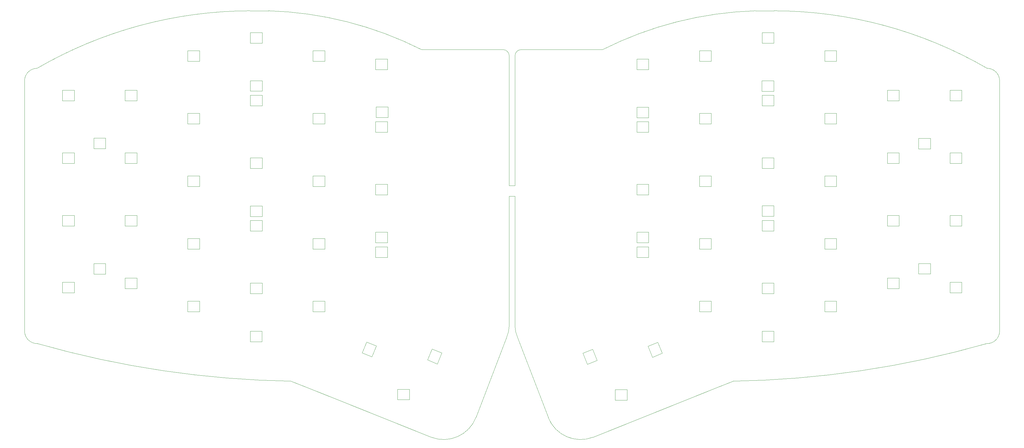
<source format=gm1>
G04 #@! TF.GenerationSoftware,KiCad,Pcbnew,(7.0.0-0)*
G04 #@! TF.CreationDate,2023-05-21T17:33:35-07:00*
G04 #@! TF.ProjectId,Junco,4a756e63-6f2e-46b6-9963-61645f706362,rev?*
G04 #@! TF.SameCoordinates,Original*
G04 #@! TF.FileFunction,Profile,NP*
%FSLAX46Y46*%
G04 Gerber Fmt 4.6, Leading zero omitted, Abs format (unit mm)*
G04 Created by KiCad (PCBNEW (7.0.0-0)) date 2023-05-21 17:33:35*
%MOMM*%
%LPD*%
G01*
G04 APERTURE LIST*
G04 #@! TA.AperFunction,Profile*
%ADD10C,0.100000*%
G04 #@! TD*
G04 #@! TA.AperFunction,Profile*
%ADD11C,0.120000*%
G04 #@! TD*
G04 APERTURE END LIST*
D10*
X173943600Y-120675770D02*
X173943600Y-81202885D01*
X95250000Y-24765000D02*
X99060000Y-24765000D01*
X110641382Y-139369312D02*
X120166382Y-143179312D01*
X24765000Y-46075000D02*
X24765000Y-122275000D01*
X172193599Y-38480000D02*
G75*
G03*
X170288601Y-36575001I-1904999J0D01*
G01*
X93345000Y-24765000D02*
G75*
G03*
X28575000Y-42265001I270350J-129612110D01*
G01*
X175848599Y-36575000D02*
G75*
G03*
X173943600Y-38480000I1J-1905000D01*
G01*
X317410818Y-126034302D02*
G75*
G03*
X321372199Y-122275000I100982J3860402D01*
G01*
X247077201Y-24765018D02*
G75*
G03*
X200613600Y-36575001I3403999J-110697282D01*
G01*
X184070818Y-148519312D02*
X174718600Y-124122587D01*
X247077200Y-24765000D02*
X250887200Y-24765000D01*
X172193600Y-77952885D02*
X173943600Y-77952885D01*
X28726382Y-126034311D02*
G75*
G03*
X105878882Y-137464311I81986058J287301181D01*
G01*
X171418600Y-124122587D02*
X162066382Y-148519312D01*
X170288601Y-36575001D02*
X145523600Y-36575000D01*
X173943600Y-77952885D02*
X173943600Y-38480000D01*
X235495818Y-139369312D02*
X240258318Y-137464312D01*
X321372200Y-122275000D02*
X321372200Y-46075000D01*
X321372200Y-46075000D02*
G75*
G03*
X317562200Y-42265000I-3810000J0D01*
G01*
X172193600Y-81202885D02*
X172193600Y-120675770D01*
X317562200Y-42264999D02*
G75*
G03*
X252792200Y-24765001I-65040340J-112112091D01*
G01*
X197723530Y-154498335D02*
X225970818Y-143179312D01*
X28575000Y-42265000D02*
G75*
G03*
X24765000Y-46075000I0J-3810000D01*
G01*
X225970818Y-143179312D02*
X235495818Y-139369312D01*
X184070800Y-148519319D02*
G75*
G03*
X197723530Y-154498334I9815900J3836919D01*
G01*
X240258318Y-137464301D02*
G75*
G03*
X317410818Y-126034312I-4833518J298731201D01*
G01*
X200613600Y-36575000D02*
X175848599Y-36575001D01*
X24764992Y-122275000D02*
G75*
G03*
X28726382Y-126034311I3860408J101100D01*
G01*
X95250000Y-24765000D02*
X93345000Y-24765000D01*
X173943603Y-120675770D02*
G75*
G03*
X174718601Y-124122587I9252197J269770D01*
G01*
X173943600Y-81202885D02*
X172193600Y-81202885D01*
X172193600Y-77952885D02*
X172193600Y-38480000D01*
X145523600Y-36575001D02*
G75*
G03*
X99060000Y-24765001I-49867630J-98887259D01*
G01*
X252792200Y-24765000D02*
X250887200Y-24765000D01*
X105878882Y-137464312D02*
X110641382Y-139369312D01*
X171418602Y-124122588D02*
G75*
G03*
X172193600Y-120675770I-8477202J3716588D01*
G01*
X120166382Y-143179312D02*
X148413670Y-154498335D01*
X148413671Y-154498332D02*
G75*
G03*
X162066382Y-148519312I3836829J9815902D01*
G01*
D11*
X268140564Y-113128624D02*
X271740564Y-113128624D01*
X271740564Y-113128624D02*
X271740564Y-116328624D01*
X271740564Y-116328624D02*
X268140564Y-116328624D01*
X268140564Y-116328624D02*
X268140564Y-113128624D01*
X249090564Y-107628624D02*
X252690564Y-107628624D01*
X252690564Y-107628624D02*
X252690564Y-110828624D01*
X252690564Y-110828624D02*
X249090564Y-110828624D01*
X249090564Y-110828624D02*
X249090564Y-107628624D01*
X230040564Y-113128624D02*
X233640564Y-113128624D01*
X233640564Y-113128624D02*
X233640564Y-116328624D01*
X233640564Y-116328624D02*
X230040564Y-116328624D01*
X230040564Y-116328624D02*
X230040564Y-113128624D01*
X217400332Y-125614674D02*
X218748916Y-128952535D01*
X218748916Y-128952535D02*
X215781928Y-130151276D01*
X215781928Y-130151276D02*
X214433344Y-126813415D01*
X214433344Y-126813415D02*
X217400332Y-125614674D01*
X197550332Y-127750974D02*
X198898916Y-131088835D01*
X198898916Y-131088835D02*
X195931928Y-132287576D01*
X195931928Y-132287576D02*
X194583344Y-128949715D01*
X194583344Y-128949715D02*
X197550332Y-127750974D01*
X210990564Y-96578624D02*
X214590564Y-96578624D01*
X214590564Y-96578624D02*
X214590564Y-99778624D01*
X214590564Y-99778624D02*
X210990564Y-99778624D01*
X210990564Y-99778624D02*
X210990564Y-96578624D01*
X230040564Y-94078624D02*
X233640564Y-94078624D01*
X233640564Y-94078624D02*
X233640564Y-97278624D01*
X233640564Y-97278624D02*
X230040564Y-97278624D01*
X230040564Y-97278624D02*
X230040564Y-94078624D01*
X249090564Y-88578624D02*
X252690564Y-88578624D01*
X252690564Y-88578624D02*
X252690564Y-91778624D01*
X252690564Y-91778624D02*
X249090564Y-91778624D01*
X249090564Y-91778624D02*
X249090564Y-88578624D01*
X268140564Y-94078624D02*
X271740564Y-94078624D01*
X271740564Y-94078624D02*
X271740564Y-97278624D01*
X271740564Y-97278624D02*
X268140564Y-97278624D01*
X268140564Y-97278624D02*
X268140564Y-94078624D01*
X287190564Y-106078624D02*
X290790564Y-106078624D01*
X290790564Y-106078624D02*
X290790564Y-109278624D01*
X290790564Y-109278624D02*
X287190564Y-109278624D01*
X287190564Y-109278624D02*
X287190564Y-106078624D01*
X306240564Y-87028624D02*
X309840564Y-87028624D01*
X309840564Y-87028624D02*
X309840564Y-90228624D01*
X309840564Y-90228624D02*
X306240564Y-90228624D01*
X306240564Y-90228624D02*
X306240564Y-87028624D01*
X287190564Y-87028624D02*
X290790564Y-87028624D01*
X290790564Y-87028624D02*
X290790564Y-90228624D01*
X290790564Y-90228624D02*
X287190564Y-90228624D01*
X287190564Y-90228624D02*
X287190564Y-87028624D01*
X268140564Y-75028624D02*
X271740564Y-75028624D01*
X271740564Y-75028624D02*
X271740564Y-78228624D01*
X271740564Y-78228624D02*
X268140564Y-78228624D01*
X268140564Y-78228624D02*
X268140564Y-75028624D01*
X249090564Y-69528624D02*
X252690564Y-69528624D01*
X252690564Y-69528624D02*
X252690564Y-72728624D01*
X252690564Y-72728624D02*
X249090564Y-72728624D01*
X249090564Y-72728624D02*
X249090564Y-69528624D01*
X230040564Y-75028624D02*
X233640564Y-75028624D01*
X233640564Y-75028624D02*
X233640564Y-78228624D01*
X233640564Y-78228624D02*
X230040564Y-78228624D01*
X230040564Y-78228624D02*
X230040564Y-75028624D01*
X210990564Y-77528624D02*
X214590564Y-77528624D01*
X214590564Y-77528624D02*
X214590564Y-80728624D01*
X214590564Y-80728624D02*
X210990564Y-80728624D01*
X210990564Y-80728624D02*
X210990564Y-77528624D01*
X210990564Y-58478624D02*
X214590564Y-58478624D01*
X214590564Y-58478624D02*
X214590564Y-61678624D01*
X214590564Y-61678624D02*
X210990564Y-61678624D01*
X210990564Y-61678624D02*
X210990564Y-58478624D01*
X230040564Y-55978624D02*
X233640564Y-55978624D01*
X233640564Y-55978624D02*
X233640564Y-59178624D01*
X233640564Y-59178624D02*
X230040564Y-59178624D01*
X230040564Y-59178624D02*
X230040564Y-55978624D01*
X249090564Y-50478624D02*
X252690564Y-50478624D01*
X252690564Y-50478624D02*
X252690564Y-53678624D01*
X252690564Y-53678624D02*
X249090564Y-53678624D01*
X249090564Y-53678624D02*
X249090564Y-50478624D01*
X268140564Y-55978624D02*
X271740564Y-55978624D01*
X271740564Y-55978624D02*
X271740564Y-59178624D01*
X271740564Y-59178624D02*
X268140564Y-59178624D01*
X268140564Y-59178624D02*
X268140564Y-55978624D01*
X287190564Y-67978624D02*
X290790564Y-67978624D01*
X290790564Y-67978624D02*
X290790564Y-71178624D01*
X290790564Y-71178624D02*
X287190564Y-71178624D01*
X287190564Y-71178624D02*
X287190564Y-67978624D01*
X306240564Y-67978624D02*
X309840564Y-67978624D01*
X309840564Y-67978624D02*
X309840564Y-71178624D01*
X309840564Y-71178624D02*
X306240564Y-71178624D01*
X306240564Y-71178624D02*
X306240564Y-67978624D01*
X306240564Y-48928624D02*
X309840564Y-48928624D01*
X309840564Y-48928624D02*
X309840564Y-52128624D01*
X309840564Y-52128624D02*
X306240564Y-52128624D01*
X306240564Y-52128624D02*
X306240564Y-48928624D01*
X287190564Y-48928624D02*
X290790564Y-48928624D01*
X290790564Y-48928624D02*
X290790564Y-52128624D01*
X290790564Y-52128624D02*
X287190564Y-52128624D01*
X287190564Y-52128624D02*
X287190564Y-48928624D01*
X268140564Y-36928624D02*
X271740564Y-36928624D01*
X271740564Y-36928624D02*
X271740564Y-40128624D01*
X271740564Y-40128624D02*
X268140564Y-40128624D01*
X268140564Y-40128624D02*
X268140564Y-36928624D01*
X249090564Y-31428624D02*
X252690564Y-31428624D01*
X252690564Y-31428624D02*
X252690564Y-34628624D01*
X252690564Y-34628624D02*
X249090564Y-34628624D01*
X249090564Y-34628624D02*
X249090564Y-31428624D01*
X230040564Y-36928624D02*
X233640564Y-36928624D01*
X233640564Y-36928624D02*
X233640564Y-40128624D01*
X233640564Y-40128624D02*
X230040564Y-40128624D01*
X230040564Y-40128624D02*
X230040564Y-36928624D01*
X210990564Y-39428624D02*
X214590564Y-39428624D01*
X214590564Y-39428624D02*
X214590564Y-42628624D01*
X214590564Y-42628624D02*
X210990564Y-42628624D01*
X210990564Y-42628624D02*
X210990564Y-39428624D01*
X74397764Y-113128624D02*
X77997764Y-113128624D01*
X77997764Y-113128624D02*
X77997764Y-116328624D01*
X77997764Y-116328624D02*
X74397764Y-116328624D01*
X74397764Y-116328624D02*
X74397764Y-113128624D01*
X93447764Y-107628624D02*
X97047764Y-107628624D01*
X97047764Y-107628624D02*
X97047764Y-110828624D01*
X97047764Y-110828624D02*
X93447764Y-110828624D01*
X93447764Y-110828624D02*
X93447764Y-107628624D01*
X112497764Y-113128624D02*
X116097764Y-113128624D01*
X116097764Y-113128624D02*
X116097764Y-116328624D01*
X116097764Y-116328624D02*
X112497764Y-116328624D01*
X112497764Y-116328624D02*
X112497764Y-113128624D01*
X127479884Y-128864883D02*
X128828468Y-125527022D01*
X128828468Y-125527022D02*
X131795456Y-126725763D01*
X131795456Y-126725763D02*
X130446872Y-130063624D01*
X130446872Y-130063624D02*
X127479884Y-128864883D01*
X147329884Y-130988583D02*
X148678468Y-127650722D01*
X148678468Y-127650722D02*
X151645456Y-128849463D01*
X151645456Y-128849463D02*
X150296872Y-132187324D01*
X150296872Y-132187324D02*
X147329884Y-130988583D01*
X131547764Y-96578624D02*
X135147764Y-96578624D01*
X135147764Y-96578624D02*
X135147764Y-99778624D01*
X135147764Y-99778624D02*
X131547764Y-99778624D01*
X131547764Y-99778624D02*
X131547764Y-96578624D01*
X112497764Y-94078624D02*
X116097764Y-94078624D01*
X116097764Y-94078624D02*
X116097764Y-97278624D01*
X116097764Y-97278624D02*
X112497764Y-97278624D01*
X112497764Y-97278624D02*
X112497764Y-94078624D01*
X93447764Y-88578624D02*
X97047764Y-88578624D01*
X97047764Y-88578624D02*
X97047764Y-91778624D01*
X97047764Y-91778624D02*
X93447764Y-91778624D01*
X93447764Y-91778624D02*
X93447764Y-88578624D01*
X74397764Y-94078624D02*
X77997764Y-94078624D01*
X77997764Y-94078624D02*
X77997764Y-97278624D01*
X77997764Y-97278624D02*
X74397764Y-97278624D01*
X74397764Y-97278624D02*
X74397764Y-94078624D01*
X55347764Y-106078624D02*
X58947764Y-106078624D01*
X58947764Y-106078624D02*
X58947764Y-109278624D01*
X58947764Y-109278624D02*
X55347764Y-109278624D01*
X55347764Y-109278624D02*
X55347764Y-106078624D01*
X36297764Y-87028624D02*
X39897764Y-87028624D01*
X39897764Y-87028624D02*
X39897764Y-90228624D01*
X39897764Y-90228624D02*
X36297764Y-90228624D01*
X36297764Y-90228624D02*
X36297764Y-87028624D01*
X55347764Y-87028624D02*
X58947764Y-87028624D01*
X58947764Y-87028624D02*
X58947764Y-90228624D01*
X58947764Y-90228624D02*
X55347764Y-90228624D01*
X55347764Y-90228624D02*
X55347764Y-87028624D01*
X74397764Y-75028624D02*
X77997764Y-75028624D01*
X77997764Y-75028624D02*
X77997764Y-78228624D01*
X77997764Y-78228624D02*
X74397764Y-78228624D01*
X74397764Y-78228624D02*
X74397764Y-75028624D01*
X93447764Y-69528624D02*
X97047764Y-69528624D01*
X97047764Y-69528624D02*
X97047764Y-72728624D01*
X97047764Y-72728624D02*
X93447764Y-72728624D01*
X93447764Y-72728624D02*
X93447764Y-69528624D01*
X112497764Y-75028624D02*
X116097764Y-75028624D01*
X116097764Y-75028624D02*
X116097764Y-78228624D01*
X116097764Y-78228624D02*
X112497764Y-78228624D01*
X112497764Y-78228624D02*
X112497764Y-75028624D01*
X131547764Y-77528624D02*
X135147764Y-77528624D01*
X135147764Y-77528624D02*
X135147764Y-80728624D01*
X135147764Y-80728624D02*
X131547764Y-80728624D01*
X131547764Y-80728624D02*
X131547764Y-77528624D01*
X131547764Y-58478624D02*
X135147764Y-58478624D01*
X135147764Y-58478624D02*
X135147764Y-61678624D01*
X135147764Y-61678624D02*
X131547764Y-61678624D01*
X131547764Y-61678624D02*
X131547764Y-58478624D01*
X112497764Y-55978624D02*
X116097764Y-55978624D01*
X116097764Y-55978624D02*
X116097764Y-59178624D01*
X116097764Y-59178624D02*
X112497764Y-59178624D01*
X112497764Y-59178624D02*
X112497764Y-55978624D01*
X93447764Y-50478624D02*
X97047764Y-50478624D01*
X97047764Y-50478624D02*
X97047764Y-53678624D01*
X97047764Y-53678624D02*
X93447764Y-53678624D01*
X93447764Y-53678624D02*
X93447764Y-50478624D01*
X74397764Y-55978624D02*
X77997764Y-55978624D01*
X77997764Y-55978624D02*
X77997764Y-59178624D01*
X77997764Y-59178624D02*
X74397764Y-59178624D01*
X74397764Y-59178624D02*
X74397764Y-55978624D01*
X55347764Y-67978624D02*
X58947764Y-67978624D01*
X58947764Y-67978624D02*
X58947764Y-71178624D01*
X58947764Y-71178624D02*
X55347764Y-71178624D01*
X55347764Y-71178624D02*
X55347764Y-67978624D01*
X36297764Y-67978624D02*
X39897764Y-67978624D01*
X39897764Y-67978624D02*
X39897764Y-71178624D01*
X39897764Y-71178624D02*
X36297764Y-71178624D01*
X36297764Y-71178624D02*
X36297764Y-67978624D01*
X36297764Y-48928624D02*
X39897764Y-48928624D01*
X39897764Y-48928624D02*
X39897764Y-52128624D01*
X39897764Y-52128624D02*
X36297764Y-52128624D01*
X36297764Y-52128624D02*
X36297764Y-48928624D01*
X55347764Y-48928624D02*
X58947764Y-48928624D01*
X58947764Y-48928624D02*
X58947764Y-52128624D01*
X58947764Y-52128624D02*
X55347764Y-52128624D01*
X55347764Y-52128624D02*
X55347764Y-48928624D01*
X74397764Y-36928624D02*
X77997764Y-36928624D01*
X77997764Y-36928624D02*
X77997764Y-40128624D01*
X77997764Y-40128624D02*
X74397764Y-40128624D01*
X74397764Y-40128624D02*
X74397764Y-36928624D01*
X93447764Y-31428624D02*
X97047764Y-31428624D01*
X97047764Y-31428624D02*
X97047764Y-34628624D01*
X97047764Y-34628624D02*
X93447764Y-34628624D01*
X93447764Y-34628624D02*
X93447764Y-31428624D01*
X112497764Y-36928624D02*
X116097764Y-36928624D01*
X116097764Y-36928624D02*
X116097764Y-40128624D01*
X116097764Y-40128624D02*
X112497764Y-40128624D01*
X112497764Y-40128624D02*
X112497764Y-36928624D01*
X131547764Y-39428624D02*
X135147764Y-39428624D01*
X135147764Y-39428624D02*
X135147764Y-42628624D01*
X135147764Y-42628624D02*
X131547764Y-42628624D01*
X131547764Y-42628624D02*
X131547764Y-39428624D01*
X252687200Y-122215000D02*
X249087200Y-122215000D01*
X249087200Y-122215000D02*
X249087200Y-125415000D01*
X249087200Y-125415000D02*
X252687200Y-125415000D01*
X252687200Y-125415000D02*
X252687200Y-122215000D01*
X252687200Y-84065000D02*
X249087200Y-84065000D01*
X249087200Y-84065000D02*
X249087200Y-87265000D01*
X249087200Y-87265000D02*
X252687200Y-87265000D01*
X252687200Y-87265000D02*
X252687200Y-84065000D01*
X214587200Y-92095000D02*
X210987200Y-92095000D01*
X210987200Y-92095000D02*
X210987200Y-95295000D01*
X210987200Y-95295000D02*
X214587200Y-95295000D01*
X214587200Y-95295000D02*
X214587200Y-92095000D01*
X141816382Y-139903612D02*
X138216382Y-139903612D01*
X138216382Y-139903612D02*
X138216382Y-143103612D01*
X138216382Y-143103612D02*
X141816382Y-143103612D01*
X141816382Y-143103612D02*
X141816382Y-139903612D01*
X208014654Y-140001288D02*
X204414654Y-140001288D01*
X204414654Y-140001288D02*
X204414654Y-143201288D01*
X204414654Y-143201288D02*
X208014654Y-143201288D01*
X208014654Y-143201288D02*
X208014654Y-140001288D01*
X97050000Y-45995000D02*
X93450000Y-45995000D01*
X93450000Y-45995000D02*
X93450000Y-49195000D01*
X93450000Y-49195000D02*
X97050000Y-49195000D01*
X97050000Y-49195000D02*
X97050000Y-45995000D01*
X300312200Y-101620000D02*
X296712200Y-101620000D01*
X296712200Y-101620000D02*
X296712200Y-104820000D01*
X296712200Y-104820000D02*
X300312200Y-104820000D01*
X300312200Y-104820000D02*
X300312200Y-101620000D01*
X135150000Y-92130000D02*
X131550000Y-92130000D01*
X131550000Y-92130000D02*
X131550000Y-95330000D01*
X131550000Y-95330000D02*
X135150000Y-95330000D01*
X135150000Y-95330000D02*
X135150000Y-92130000D01*
X49425000Y-63500000D02*
X45825000Y-63500000D01*
X45825000Y-63500000D02*
X45825000Y-66700000D01*
X45825000Y-66700000D02*
X49425000Y-66700000D01*
X49425000Y-66700000D02*
X49425000Y-63500000D01*
X214587200Y-54055000D02*
X210987200Y-54055000D01*
X210987200Y-54055000D02*
X210987200Y-57255000D01*
X210987200Y-57255000D02*
X214587200Y-57255000D01*
X214587200Y-57255000D02*
X214587200Y-54055000D01*
X252635000Y-46025000D02*
X249035000Y-46025000D01*
X249035000Y-46025000D02*
X249035000Y-49225000D01*
X249035000Y-49225000D02*
X252635000Y-49225000D01*
X252635000Y-49225000D02*
X252635000Y-46025000D01*
X97050000Y-84130000D02*
X93450000Y-84130000D01*
X93450000Y-84130000D02*
X93450000Y-87330000D01*
X93450000Y-87330000D02*
X97050000Y-87330000D01*
X97050000Y-87330000D02*
X97050000Y-84130000D01*
X49425000Y-101650000D02*
X45825000Y-101650000D01*
X45825000Y-101650000D02*
X45825000Y-104850000D01*
X45825000Y-104850000D02*
X49425000Y-104850000D01*
X49425000Y-104850000D02*
X49425000Y-101650000D01*
X300312200Y-63540000D02*
X296712200Y-63540000D01*
X296712200Y-63540000D02*
X296712200Y-66740000D01*
X296712200Y-66740000D02*
X300312200Y-66740000D01*
X300312200Y-66740000D02*
X300312200Y-63540000D01*
X97005000Y-122235000D02*
X93405000Y-122235000D01*
X93405000Y-122235000D02*
X93405000Y-125435000D01*
X93405000Y-125435000D02*
X97005000Y-125435000D01*
X97005000Y-125435000D02*
X97005000Y-122235000D01*
X135305000Y-53985000D02*
X131705000Y-53985000D01*
X131705000Y-53985000D02*
X131705000Y-57185000D01*
X131705000Y-57185000D02*
X135305000Y-57185000D01*
X135305000Y-57185000D02*
X135305000Y-53985000D01*
X36300000Y-107350000D02*
X39900000Y-107350000D01*
X39900000Y-107350000D02*
X39900000Y-110550000D01*
X39900000Y-110550000D02*
X36300000Y-110550000D01*
X36300000Y-110550000D02*
X36300000Y-107350000D01*
X306237200Y-107350000D02*
X309837200Y-107350000D01*
X309837200Y-107350000D02*
X309837200Y-110550000D01*
X309837200Y-110550000D02*
X306237200Y-110550000D01*
X306237200Y-110550000D02*
X306237200Y-107350000D01*
M02*

</source>
